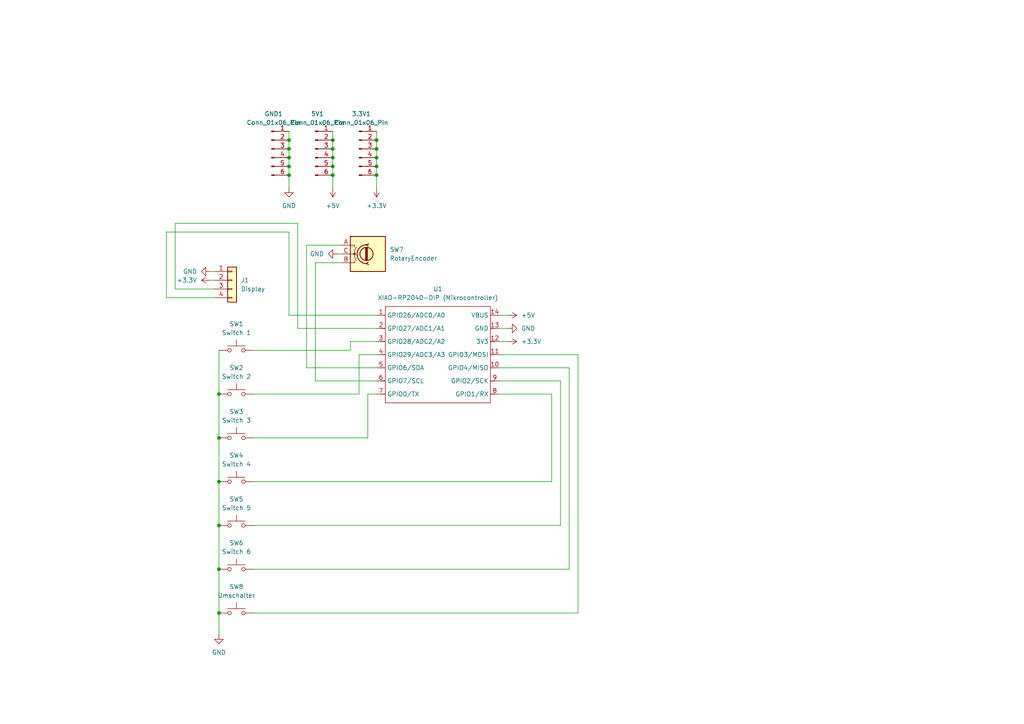
<source format=kicad_sch>
(kicad_sch
	(version 20250114)
	(generator "eeschema")
	(generator_version "9.0")
	(uuid "0c82ce62-1cf6-48b0-aae9-7b697070e9cb")
	(paper "A4")
	(lib_symbols
		(symbol "Connector:Conn_01x06_Pin"
			(pin_names
				(offset 1.016)
				(hide yes)
			)
			(exclude_from_sim no)
			(in_bom yes)
			(on_board yes)
			(property "Reference" "J"
				(at 0 7.62 0)
				(effects
					(font
						(size 1.27 1.27)
					)
				)
			)
			(property "Value" "Conn_01x06_Pin"
				(at 0 -10.16 0)
				(effects
					(font
						(size 1.27 1.27)
					)
				)
			)
			(property "Footprint" ""
				(at 0 0 0)
				(effects
					(font
						(size 1.27 1.27)
					)
					(hide yes)
				)
			)
			(property "Datasheet" "~"
				(at 0 0 0)
				(effects
					(font
						(size 1.27 1.27)
					)
					(hide yes)
				)
			)
			(property "Description" "Generic connector, single row, 01x06, script generated"
				(at 0 0 0)
				(effects
					(font
						(size 1.27 1.27)
					)
					(hide yes)
				)
			)
			(property "ki_locked" ""
				(at 0 0 0)
				(effects
					(font
						(size 1.27 1.27)
					)
				)
			)
			(property "ki_keywords" "connector"
				(at 0 0 0)
				(effects
					(font
						(size 1.27 1.27)
					)
					(hide yes)
				)
			)
			(property "ki_fp_filters" "Connector*:*_1x??_*"
				(at 0 0 0)
				(effects
					(font
						(size 1.27 1.27)
					)
					(hide yes)
				)
			)
			(symbol "Conn_01x06_Pin_1_1"
				(rectangle
					(start 0.8636 5.207)
					(end 0 4.953)
					(stroke
						(width 0.1524)
						(type default)
					)
					(fill
						(type outline)
					)
				)
				(rectangle
					(start 0.8636 2.667)
					(end 0 2.413)
					(stroke
						(width 0.1524)
						(type default)
					)
					(fill
						(type outline)
					)
				)
				(rectangle
					(start 0.8636 0.127)
					(end 0 -0.127)
					(stroke
						(width 0.1524)
						(type default)
					)
					(fill
						(type outline)
					)
				)
				(rectangle
					(start 0.8636 -2.413)
					(end 0 -2.667)
					(stroke
						(width 0.1524)
						(type default)
					)
					(fill
						(type outline)
					)
				)
				(rectangle
					(start 0.8636 -4.953)
					(end 0 -5.207)
					(stroke
						(width 0.1524)
						(type default)
					)
					(fill
						(type outline)
					)
				)
				(rectangle
					(start 0.8636 -7.493)
					(end 0 -7.747)
					(stroke
						(width 0.1524)
						(type default)
					)
					(fill
						(type outline)
					)
				)
				(polyline
					(pts
						(xy 1.27 5.08) (xy 0.8636 5.08)
					)
					(stroke
						(width 0.1524)
						(type default)
					)
					(fill
						(type none)
					)
				)
				(polyline
					(pts
						(xy 1.27 2.54) (xy 0.8636 2.54)
					)
					(stroke
						(width 0.1524)
						(type default)
					)
					(fill
						(type none)
					)
				)
				(polyline
					(pts
						(xy 1.27 0) (xy 0.8636 0)
					)
					(stroke
						(width 0.1524)
						(type default)
					)
					(fill
						(type none)
					)
				)
				(polyline
					(pts
						(xy 1.27 -2.54) (xy 0.8636 -2.54)
					)
					(stroke
						(width 0.1524)
						(type default)
					)
					(fill
						(type none)
					)
				)
				(polyline
					(pts
						(xy 1.27 -5.08) (xy 0.8636 -5.08)
					)
					(stroke
						(width 0.1524)
						(type default)
					)
					(fill
						(type none)
					)
				)
				(polyline
					(pts
						(xy 1.27 -7.62) (xy 0.8636 -7.62)
					)
					(stroke
						(width 0.1524)
						(type default)
					)
					(fill
						(type none)
					)
				)
				(pin passive line
					(at 5.08 5.08 180)
					(length 3.81)
					(name "Pin_1"
						(effects
							(font
								(size 1.27 1.27)
							)
						)
					)
					(number "1"
						(effects
							(font
								(size 1.27 1.27)
							)
						)
					)
				)
				(pin passive line
					(at 5.08 2.54 180)
					(length 3.81)
					(name "Pin_2"
						(effects
							(font
								(size 1.27 1.27)
							)
						)
					)
					(number "2"
						(effects
							(font
								(size 1.27 1.27)
							)
						)
					)
				)
				(pin passive line
					(at 5.08 0 180)
					(length 3.81)
					(name "Pin_3"
						(effects
							(font
								(size 1.27 1.27)
							)
						)
					)
					(number "3"
						(effects
							(font
								(size 1.27 1.27)
							)
						)
					)
				)
				(pin passive line
					(at 5.08 -2.54 180)
					(length 3.81)
					(name "Pin_4"
						(effects
							(font
								(size 1.27 1.27)
							)
						)
					)
					(number "4"
						(effects
							(font
								(size 1.27 1.27)
							)
						)
					)
				)
				(pin passive line
					(at 5.08 -5.08 180)
					(length 3.81)
					(name "Pin_5"
						(effects
							(font
								(size 1.27 1.27)
							)
						)
					)
					(number "5"
						(effects
							(font
								(size 1.27 1.27)
							)
						)
					)
				)
				(pin passive line
					(at 5.08 -7.62 180)
					(length 3.81)
					(name "Pin_6"
						(effects
							(font
								(size 1.27 1.27)
							)
						)
					)
					(number "6"
						(effects
							(font
								(size 1.27 1.27)
							)
						)
					)
				)
			)
			(embedded_fonts no)
		)
		(symbol "Connector_Generic:Conn_01x04"
			(pin_names
				(offset 1.016)
				(hide yes)
			)
			(exclude_from_sim no)
			(in_bom yes)
			(on_board yes)
			(property "Reference" "J"
				(at 0 5.08 0)
				(effects
					(font
						(size 1.27 1.27)
					)
				)
			)
			(property "Value" "Conn_01x04"
				(at 0 -7.62 0)
				(effects
					(font
						(size 1.27 1.27)
					)
				)
			)
			(property "Footprint" ""
				(at 0 0 0)
				(effects
					(font
						(size 1.27 1.27)
					)
					(hide yes)
				)
			)
			(property "Datasheet" "~"
				(at 0 0 0)
				(effects
					(font
						(size 1.27 1.27)
					)
					(hide yes)
				)
			)
			(property "Description" "Generic connector, single row, 01x04, script generated (kicad-library-utils/schlib/autogen/connector/)"
				(at 0 0 0)
				(effects
					(font
						(size 1.27 1.27)
					)
					(hide yes)
				)
			)
			(property "ki_keywords" "connector"
				(at 0 0 0)
				(effects
					(font
						(size 1.27 1.27)
					)
					(hide yes)
				)
			)
			(property "ki_fp_filters" "Connector*:*_1x??_*"
				(at 0 0 0)
				(effects
					(font
						(size 1.27 1.27)
					)
					(hide yes)
				)
			)
			(symbol "Conn_01x04_1_1"
				(rectangle
					(start -1.27 3.81)
					(end 1.27 -6.35)
					(stroke
						(width 0.254)
						(type default)
					)
					(fill
						(type background)
					)
				)
				(rectangle
					(start -1.27 2.667)
					(end 0 2.413)
					(stroke
						(width 0.1524)
						(type default)
					)
					(fill
						(type none)
					)
				)
				(rectangle
					(start -1.27 0.127)
					(end 0 -0.127)
					(stroke
						(width 0.1524)
						(type default)
					)
					(fill
						(type none)
					)
				)
				(rectangle
					(start -1.27 -2.413)
					(end 0 -2.667)
					(stroke
						(width 0.1524)
						(type default)
					)
					(fill
						(type none)
					)
				)
				(rectangle
					(start -1.27 -4.953)
					(end 0 -5.207)
					(stroke
						(width 0.1524)
						(type default)
					)
					(fill
						(type none)
					)
				)
				(pin passive line
					(at -5.08 2.54 0)
					(length 3.81)
					(name "Pin_1"
						(effects
							(font
								(size 1.27 1.27)
							)
						)
					)
					(number "1"
						(effects
							(font
								(size 1.27 1.27)
							)
						)
					)
				)
				(pin passive line
					(at -5.08 0 0)
					(length 3.81)
					(name "Pin_2"
						(effects
							(font
								(size 1.27 1.27)
							)
						)
					)
					(number "2"
						(effects
							(font
								(size 1.27 1.27)
							)
						)
					)
				)
				(pin passive line
					(at -5.08 -2.54 0)
					(length 3.81)
					(name "Pin_3"
						(effects
							(font
								(size 1.27 1.27)
							)
						)
					)
					(number "3"
						(effects
							(font
								(size 1.27 1.27)
							)
						)
					)
				)
				(pin passive line
					(at -5.08 -5.08 0)
					(length 3.81)
					(name "Pin_4"
						(effects
							(font
								(size 1.27 1.27)
							)
						)
					)
					(number "4"
						(effects
							(font
								(size 1.27 1.27)
							)
						)
					)
				)
			)
			(embedded_fonts no)
		)
		(symbol "Device:RotaryEncoder"
			(pin_names
				(offset 0.254)
				(hide yes)
			)
			(exclude_from_sim no)
			(in_bom yes)
			(on_board yes)
			(property "Reference" "SW"
				(at 0 6.604 0)
				(effects
					(font
						(size 1.27 1.27)
					)
				)
			)
			(property "Value" "RotaryEncoder"
				(at 0 -6.604 0)
				(effects
					(font
						(size 1.27 1.27)
					)
				)
			)
			(property "Footprint" ""
				(at -3.81 4.064 0)
				(effects
					(font
						(size 1.27 1.27)
					)
					(hide yes)
				)
			)
			(property "Datasheet" "~"
				(at 0 6.604 0)
				(effects
					(font
						(size 1.27 1.27)
					)
					(hide yes)
				)
			)
			(property "Description" "Rotary encoder, dual channel, incremental quadrate outputs"
				(at 0 0 0)
				(effects
					(font
						(size 1.27 1.27)
					)
					(hide yes)
				)
			)
			(property "ki_keywords" "rotary switch encoder"
				(at 0 0 0)
				(effects
					(font
						(size 1.27 1.27)
					)
					(hide yes)
				)
			)
			(property "ki_fp_filters" "RotaryEncoder*"
				(at 0 0 0)
				(effects
					(font
						(size 1.27 1.27)
					)
					(hide yes)
				)
			)
			(symbol "RotaryEncoder_0_1"
				(rectangle
					(start -5.08 5.08)
					(end 5.08 -5.08)
					(stroke
						(width 0.254)
						(type default)
					)
					(fill
						(type background)
					)
				)
				(polyline
					(pts
						(xy -5.08 2.54) (xy -3.81 2.54) (xy -3.81 2.032)
					)
					(stroke
						(width 0)
						(type default)
					)
					(fill
						(type none)
					)
				)
				(polyline
					(pts
						(xy -5.08 0) (xy -3.81 0) (xy -3.81 -1.016) (xy -3.302 -2.032)
					)
					(stroke
						(width 0)
						(type default)
					)
					(fill
						(type none)
					)
				)
				(polyline
					(pts
						(xy -5.08 -2.54) (xy -3.81 -2.54) (xy -3.81 -2.032)
					)
					(stroke
						(width 0)
						(type default)
					)
					(fill
						(type none)
					)
				)
				(polyline
					(pts
						(xy -4.318 0) (xy -3.81 0) (xy -3.81 1.016) (xy -3.302 2.032)
					)
					(stroke
						(width 0)
						(type default)
					)
					(fill
						(type none)
					)
				)
				(circle
					(center -3.81 0)
					(radius 0.254)
					(stroke
						(width 0)
						(type default)
					)
					(fill
						(type outline)
					)
				)
				(polyline
					(pts
						(xy -0.635 -1.778) (xy -0.635 1.778)
					)
					(stroke
						(width 0.254)
						(type default)
					)
					(fill
						(type none)
					)
				)
				(circle
					(center -0.381 0)
					(radius 1.905)
					(stroke
						(width 0.254)
						(type default)
					)
					(fill
						(type none)
					)
				)
				(polyline
					(pts
						(xy -0.381 -1.778) (xy -0.381 1.778)
					)
					(stroke
						(width 0.254)
						(type default)
					)
					(fill
						(type none)
					)
				)
				(arc
					(start -0.381 -2.794)
					(mid -3.0988 -0.0635)
					(end -0.381 2.667)
					(stroke
						(width 0.254)
						(type default)
					)
					(fill
						(type none)
					)
				)
				(polyline
					(pts
						(xy -0.127 1.778) (xy -0.127 -1.778)
					)
					(stroke
						(width 0.254)
						(type default)
					)
					(fill
						(type none)
					)
				)
				(polyline
					(pts
						(xy 0.254 2.921) (xy -0.508 2.667) (xy 0.127 2.286)
					)
					(stroke
						(width 0.254)
						(type default)
					)
					(fill
						(type none)
					)
				)
				(polyline
					(pts
						(xy 0.254 -3.048) (xy -0.508 -2.794) (xy 0.127 -2.413)
					)
					(stroke
						(width 0.254)
						(type default)
					)
					(fill
						(type none)
					)
				)
			)
			(symbol "RotaryEncoder_1_1"
				(pin passive line
					(at -7.62 2.54 0)
					(length 2.54)
					(name "A"
						(effects
							(font
								(size 1.27 1.27)
							)
						)
					)
					(number "A"
						(effects
							(font
								(size 1.27 1.27)
							)
						)
					)
				)
				(pin passive line
					(at -7.62 0 0)
					(length 2.54)
					(name "C"
						(effects
							(font
								(size 1.27 1.27)
							)
						)
					)
					(number "C"
						(effects
							(font
								(size 1.27 1.27)
							)
						)
					)
				)
				(pin passive line
					(at -7.62 -2.54 0)
					(length 2.54)
					(name "B"
						(effects
							(font
								(size 1.27 1.27)
							)
						)
					)
					(number "B"
						(effects
							(font
								(size 1.27 1.27)
							)
						)
					)
				)
			)
			(embedded_fonts no)
		)
		(symbol "Seeed_Studio_XIAO_Series:XIAO-RP2040-DIP"
			(exclude_from_sim no)
			(in_bom yes)
			(on_board yes)
			(property "Reference" "U"
				(at 0 0 0)
				(effects
					(font
						(size 1.27 1.27)
					)
				)
			)
			(property "Value" "XIAO-RP2040-DIP"
				(at 5.334 -1.778 0)
				(effects
					(font
						(size 1.27 1.27)
					)
				)
			)
			(property "Footprint" "Module:MOUDLE14P-XIAO-DIP-SMD"
				(at 14.478 -32.258 0)
				(effects
					(font
						(size 1.27 1.27)
					)
					(hide yes)
				)
			)
			(property "Datasheet" ""
				(at 0 0 0)
				(effects
					(font
						(size 1.27 1.27)
					)
					(hide yes)
				)
			)
			(property "Description" ""
				(at 0 0 0)
				(effects
					(font
						(size 1.27 1.27)
					)
					(hide yes)
				)
			)
			(symbol "XIAO-RP2040-DIP_1_0"
				(polyline
					(pts
						(xy -1.27 -2.54) (xy 29.21 -2.54)
					)
					(stroke
						(width 0.1524)
						(type solid)
					)
					(fill
						(type none)
					)
				)
				(polyline
					(pts
						(xy -1.27 -5.08) (xy -2.54 -5.08)
					)
					(stroke
						(width 0.1524)
						(type solid)
					)
					(fill
						(type none)
					)
				)
				(polyline
					(pts
						(xy -1.27 -5.08) (xy -1.27 -2.54)
					)
					(stroke
						(width 0.1524)
						(type solid)
					)
					(fill
						(type none)
					)
				)
				(polyline
					(pts
						(xy -1.27 -8.89) (xy -2.54 -8.89)
					)
					(stroke
						(width 0.1524)
						(type solid)
					)
					(fill
						(type none)
					)
				)
				(polyline
					(pts
						(xy -1.27 -8.89) (xy -1.27 -5.08)
					)
					(stroke
						(width 0.1524)
						(type solid)
					)
					(fill
						(type none)
					)
				)
				(polyline
					(pts
						(xy -1.27 -12.7) (xy -2.54 -12.7)
					)
					(stroke
						(width 0.1524)
						(type solid)
					)
					(fill
						(type none)
					)
				)
				(polyline
					(pts
						(xy -1.27 -12.7) (xy -1.27 -8.89)
					)
					(stroke
						(width 0.1524)
						(type solid)
					)
					(fill
						(type none)
					)
				)
				(polyline
					(pts
						(xy -1.27 -16.51) (xy -2.54 -16.51)
					)
					(stroke
						(width 0.1524)
						(type solid)
					)
					(fill
						(type none)
					)
				)
				(polyline
					(pts
						(xy -1.27 -16.51) (xy -1.27 -12.7)
					)
					(stroke
						(width 0.1524)
						(type solid)
					)
					(fill
						(type none)
					)
				)
				(polyline
					(pts
						(xy -1.27 -20.32) (xy -2.54 -20.32)
					)
					(stroke
						(width 0.1524)
						(type solid)
					)
					(fill
						(type none)
					)
				)
				(polyline
					(pts
						(xy -1.27 -24.13) (xy -2.54 -24.13)
					)
					(stroke
						(width 0.1524)
						(type solid)
					)
					(fill
						(type none)
					)
				)
				(polyline
					(pts
						(xy -1.27 -27.94) (xy -2.54 -27.94)
					)
					(stroke
						(width 0.1524)
						(type solid)
					)
					(fill
						(type none)
					)
				)
				(polyline
					(pts
						(xy -1.27 -30.48) (xy -1.27 -16.51)
					)
					(stroke
						(width 0.1524)
						(type solid)
					)
					(fill
						(type none)
					)
				)
				(polyline
					(pts
						(xy 29.21 -2.54) (xy 29.21 -5.08)
					)
					(stroke
						(width 0.1524)
						(type solid)
					)
					(fill
						(type none)
					)
				)
				(polyline
					(pts
						(xy 29.21 -5.08) (xy 29.21 -8.89)
					)
					(stroke
						(width 0.1524)
						(type solid)
					)
					(fill
						(type none)
					)
				)
				(polyline
					(pts
						(xy 29.21 -8.89) (xy 29.21 -12.7)
					)
					(stroke
						(width 0.1524)
						(type solid)
					)
					(fill
						(type none)
					)
				)
				(polyline
					(pts
						(xy 29.21 -12.7) (xy 29.21 -30.48)
					)
					(stroke
						(width 0.1524)
						(type solid)
					)
					(fill
						(type none)
					)
				)
				(polyline
					(pts
						(xy 29.21 -30.48) (xy -1.27 -30.48)
					)
					(stroke
						(width 0.1524)
						(type solid)
					)
					(fill
						(type none)
					)
				)
				(polyline
					(pts
						(xy 30.48 -5.08) (xy 29.21 -5.08)
					)
					(stroke
						(width 0.1524)
						(type solid)
					)
					(fill
						(type none)
					)
				)
				(polyline
					(pts
						(xy 30.48 -8.89) (xy 29.21 -8.89)
					)
					(stroke
						(width 0.1524)
						(type solid)
					)
					(fill
						(type none)
					)
				)
				(polyline
					(pts
						(xy 30.48 -12.7) (xy 29.21 -12.7)
					)
					(stroke
						(width 0.1524)
						(type solid)
					)
					(fill
						(type none)
					)
				)
				(polyline
					(pts
						(xy 30.48 -16.51) (xy 29.21 -16.51)
					)
					(stroke
						(width 0.1524)
						(type solid)
					)
					(fill
						(type none)
					)
				)
				(polyline
					(pts
						(xy 30.48 -20.32) (xy 29.21 -20.32)
					)
					(stroke
						(width 0.1524)
						(type solid)
					)
					(fill
						(type none)
					)
				)
				(polyline
					(pts
						(xy 30.48 -24.13) (xy 29.21 -24.13)
					)
					(stroke
						(width 0.1524)
						(type solid)
					)
					(fill
						(type none)
					)
				)
				(polyline
					(pts
						(xy 30.48 -27.94) (xy 29.21 -27.94)
					)
					(stroke
						(width 0.1524)
						(type solid)
					)
					(fill
						(type none)
					)
				)
				(pin passive line
					(at -3.81 -5.08 0)
					(length 2.54)
					(name "GPIO26/ADC0/A0"
						(effects
							(font
								(size 1.27 1.27)
							)
						)
					)
					(number "1"
						(effects
							(font
								(size 1.27 1.27)
							)
						)
					)
				)
				(pin passive line
					(at -3.81 -8.89 0)
					(length 2.54)
					(name "GPIO27/ADC1/A1"
						(effects
							(font
								(size 1.27 1.27)
							)
						)
					)
					(number "2"
						(effects
							(font
								(size 1.27 1.27)
							)
						)
					)
				)
				(pin passive line
					(at -3.81 -12.7 0)
					(length 2.54)
					(name "GPIO28/ADC2/A2"
						(effects
							(font
								(size 1.27 1.27)
							)
						)
					)
					(number "3"
						(effects
							(font
								(size 1.27 1.27)
							)
						)
					)
				)
				(pin passive line
					(at -3.81 -16.51 0)
					(length 2.54)
					(name "GPIO29/ADC3/A3"
						(effects
							(font
								(size 1.27 1.27)
							)
						)
					)
					(number "4"
						(effects
							(font
								(size 1.27 1.27)
							)
						)
					)
				)
				(pin passive line
					(at -3.81 -20.32 0)
					(length 2.54)
					(name "GPIO6/SDA"
						(effects
							(font
								(size 1.27 1.27)
							)
						)
					)
					(number "5"
						(effects
							(font
								(size 1.27 1.27)
							)
						)
					)
				)
				(pin passive line
					(at -3.81 -24.13 0)
					(length 2.54)
					(name "GPIO7/SCL"
						(effects
							(font
								(size 1.27 1.27)
							)
						)
					)
					(number "6"
						(effects
							(font
								(size 1.27 1.27)
							)
						)
					)
				)
				(pin passive line
					(at -3.81 -27.94 0)
					(length 2.54)
					(name "GPIO0/TX"
						(effects
							(font
								(size 1.27 1.27)
							)
						)
					)
					(number "7"
						(effects
							(font
								(size 1.27 1.27)
							)
						)
					)
				)
				(pin passive line
					(at 31.75 -5.08 180)
					(length 2.54)
					(name "VBUS"
						(effects
							(font
								(size 1.27 1.27)
							)
						)
					)
					(number "14"
						(effects
							(font
								(size 1.27 1.27)
							)
						)
					)
				)
				(pin passive line
					(at 31.75 -8.89 180)
					(length 2.54)
					(name "GND"
						(effects
							(font
								(size 1.27 1.27)
							)
						)
					)
					(number "13"
						(effects
							(font
								(size 1.27 1.27)
							)
						)
					)
				)
				(pin passive line
					(at 31.75 -12.7 180)
					(length 2.54)
					(name "3V3"
						(effects
							(font
								(size 1.27 1.27)
							)
						)
					)
					(number "12"
						(effects
							(font
								(size 1.27 1.27)
							)
						)
					)
				)
				(pin passive line
					(at 31.75 -16.51 180)
					(length 2.54)
					(name "GPIO3/MOSI"
						(effects
							(font
								(size 1.27 1.27)
							)
						)
					)
					(number "11"
						(effects
							(font
								(size 1.27 1.27)
							)
						)
					)
				)
				(pin passive line
					(at 31.75 -20.32 180)
					(length 2.54)
					(name "GPIO4/MISO"
						(effects
							(font
								(size 1.27 1.27)
							)
						)
					)
					(number "10"
						(effects
							(font
								(size 1.27 1.27)
							)
						)
					)
				)
				(pin passive line
					(at 31.75 -24.13 180)
					(length 2.54)
					(name "GPIO2/SCK"
						(effects
							(font
								(size 1.27 1.27)
							)
						)
					)
					(number "9"
						(effects
							(font
								(size 1.27 1.27)
							)
						)
					)
				)
				(pin passive line
					(at 31.75 -27.94 180)
					(length 2.54)
					(name "GPIO1/RX"
						(effects
							(font
								(size 1.27 1.27)
							)
						)
					)
					(number "8"
						(effects
							(font
								(size 1.27 1.27)
							)
						)
					)
				)
			)
			(embedded_fonts no)
		)
		(symbol "Switch:SW_Push"
			(pin_numbers
				(hide yes)
			)
			(pin_names
				(offset 1.016)
				(hide yes)
			)
			(exclude_from_sim no)
			(in_bom yes)
			(on_board yes)
			(property "Reference" "SW"
				(at 1.27 2.54 0)
				(effects
					(font
						(size 1.27 1.27)
					)
					(justify left)
				)
			)
			(property "Value" "SW_Push"
				(at 0 -1.524 0)
				(effects
					(font
						(size 1.27 1.27)
					)
				)
			)
			(property "Footprint" ""
				(at 0 5.08 0)
				(effects
					(font
						(size 1.27 1.27)
					)
					(hide yes)
				)
			)
			(property "Datasheet" "~"
				(at 0 5.08 0)
				(effects
					(font
						(size 1.27 1.27)
					)
					(hide yes)
				)
			)
			(property "Description" "Push button switch, generic, two pins"
				(at 0 0 0)
				(effects
					(font
						(size 1.27 1.27)
					)
					(hide yes)
				)
			)
			(property "ki_keywords" "switch normally-open pushbutton push-button"
				(at 0 0 0)
				(effects
					(font
						(size 1.27 1.27)
					)
					(hide yes)
				)
			)
			(symbol "SW_Push_0_1"
				(circle
					(center -2.032 0)
					(radius 0.508)
					(stroke
						(width 0)
						(type default)
					)
					(fill
						(type none)
					)
				)
				(polyline
					(pts
						(xy 0 1.27) (xy 0 3.048)
					)
					(stroke
						(width 0)
						(type default)
					)
					(fill
						(type none)
					)
				)
				(circle
					(center 2.032 0)
					(radius 0.508)
					(stroke
						(width 0)
						(type default)
					)
					(fill
						(type none)
					)
				)
				(polyline
					(pts
						(xy 2.54 1.27) (xy -2.54 1.27)
					)
					(stroke
						(width 0)
						(type default)
					)
					(fill
						(type none)
					)
				)
				(pin passive line
					(at -5.08 0 0)
					(length 2.54)
					(name "1"
						(effects
							(font
								(size 1.27 1.27)
							)
						)
					)
					(number "1"
						(effects
							(font
								(size 1.27 1.27)
							)
						)
					)
				)
				(pin passive line
					(at 5.08 0 180)
					(length 2.54)
					(name "2"
						(effects
							(font
								(size 1.27 1.27)
							)
						)
					)
					(number "2"
						(effects
							(font
								(size 1.27 1.27)
							)
						)
					)
				)
			)
			(embedded_fonts no)
		)
		(symbol "power:+3.3V"
			(power)
			(pin_numbers
				(hide yes)
			)
			(pin_names
				(offset 0)
				(hide yes)
			)
			(exclude_from_sim no)
			(in_bom yes)
			(on_board yes)
			(property "Reference" "#PWR"
				(at 0 -3.81 0)
				(effects
					(font
						(size 1.27 1.27)
					)
					(hide yes)
				)
			)
			(property "Value" "+3.3V"
				(at 0 3.556 0)
				(effects
					(font
						(size 1.27 1.27)
					)
				)
			)
			(property "Footprint" ""
				(at 0 0 0)
				(effects
					(font
						(size 1.27 1.27)
					)
					(hide yes)
				)
			)
			(property "Datasheet" ""
				(at 0 0 0)
				(effects
					(font
						(size 1.27 1.27)
					)
					(hide yes)
				)
			)
			(property "Description" "Power symbol creates a global label with name \"+3.3V\""
				(at 0 0 0)
				(effects
					(font
						(size 1.27 1.27)
					)
					(hide yes)
				)
			)
			(property "ki_keywords" "global power"
				(at 0 0 0)
				(effects
					(font
						(size 1.27 1.27)
					)
					(hide yes)
				)
			)
			(symbol "+3.3V_0_1"
				(polyline
					(pts
						(xy -0.762 1.27) (xy 0 2.54)
					)
					(stroke
						(width 0)
						(type default)
					)
					(fill
						(type none)
					)
				)
				(polyline
					(pts
						(xy 0 2.54) (xy 0.762 1.27)
					)
					(stroke
						(width 0)
						(type default)
					)
					(fill
						(type none)
					)
				)
				(polyline
					(pts
						(xy 0 0) (xy 0 2.54)
					)
					(stroke
						(width 0)
						(type default)
					)
					(fill
						(type none)
					)
				)
			)
			(symbol "+3.3V_1_1"
				(pin power_in line
					(at 0 0 90)
					(length 0)
					(name "~"
						(effects
							(font
								(size 1.27 1.27)
							)
						)
					)
					(number "1"
						(effects
							(font
								(size 1.27 1.27)
							)
						)
					)
				)
			)
			(embedded_fonts no)
		)
		(symbol "power:+5V"
			(power)
			(pin_numbers
				(hide yes)
			)
			(pin_names
				(offset 0)
				(hide yes)
			)
			(exclude_from_sim no)
			(in_bom yes)
			(on_board yes)
			(property "Reference" "#PWR"
				(at 0 -3.81 0)
				(effects
					(font
						(size 1.27 1.27)
					)
					(hide yes)
				)
			)
			(property "Value" "+5V"
				(at 0 3.556 0)
				(effects
					(font
						(size 1.27 1.27)
					)
				)
			)
			(property "Footprint" ""
				(at 0 0 0)
				(effects
					(font
						(size 1.27 1.27)
					)
					(hide yes)
				)
			)
			(property "Datasheet" ""
				(at 0 0 0)
				(effects
					(font
						(size 1.27 1.27)
					)
					(hide yes)
				)
			)
			(property "Description" "Power symbol creates a global label with name \"+5V\""
				(at 0 0 0)
				(effects
					(font
						(size 1.27 1.27)
					)
					(hide yes)
				)
			)
			(property "ki_keywords" "global power"
				(at 0 0 0)
				(effects
					(font
						(size 1.27 1.27)
					)
					(hide yes)
				)
			)
			(symbol "+5V_0_1"
				(polyline
					(pts
						(xy -0.762 1.27) (xy 0 2.54)
					)
					(stroke
						(width 0)
						(type default)
					)
					(fill
						(type none)
					)
				)
				(polyline
					(pts
						(xy 0 2.54) (xy 0.762 1.27)
					)
					(stroke
						(width 0)
						(type default)
					)
					(fill
						(type none)
					)
				)
				(polyline
					(pts
						(xy 0 0) (xy 0 2.54)
					)
					(stroke
						(width 0)
						(type default)
					)
					(fill
						(type none)
					)
				)
			)
			(symbol "+5V_1_1"
				(pin power_in line
					(at 0 0 90)
					(length 0)
					(name "~"
						(effects
							(font
								(size 1.27 1.27)
							)
						)
					)
					(number "1"
						(effects
							(font
								(size 1.27 1.27)
							)
						)
					)
				)
			)
			(embedded_fonts no)
		)
		(symbol "power:GND"
			(power)
			(pin_numbers
				(hide yes)
			)
			(pin_names
				(offset 0)
				(hide yes)
			)
			(exclude_from_sim no)
			(in_bom yes)
			(on_board yes)
			(property "Reference" "#PWR"
				(at 0 -6.35 0)
				(effects
					(font
						(size 1.27 1.27)
					)
					(hide yes)
				)
			)
			(property "Value" "GND"
				(at 0 -3.81 0)
				(effects
					(font
						(size 1.27 1.27)
					)
				)
			)
			(property "Footprint" ""
				(at 0 0 0)
				(effects
					(font
						(size 1.27 1.27)
					)
					(hide yes)
				)
			)
			(property "Datasheet" ""
				(at 0 0 0)
				(effects
					(font
						(size 1.27 1.27)
					)
					(hide yes)
				)
			)
			(property "Description" "Power symbol creates a global label with name \"GND\" , ground"
				(at 0 0 0)
				(effects
					(font
						(size 1.27 1.27)
					)
					(hide yes)
				)
			)
			(property "ki_keywords" "global power"
				(at 0 0 0)
				(effects
					(font
						(size 1.27 1.27)
					)
					(hide yes)
				)
			)
			(symbol "GND_0_1"
				(polyline
					(pts
						(xy 0 0) (xy 0 -1.27) (xy 1.27 -1.27) (xy 0 -2.54) (xy -1.27 -1.27) (xy 0 -1.27)
					)
					(stroke
						(width 0)
						(type default)
					)
					(fill
						(type none)
					)
				)
			)
			(symbol "GND_1_1"
				(pin power_in line
					(at 0 0 270)
					(length 0)
					(name "~"
						(effects
							(font
								(size 1.27 1.27)
							)
						)
					)
					(number "1"
						(effects
							(font
								(size 1.27 1.27)
							)
						)
					)
				)
			)
			(embedded_fonts no)
		)
	)
	(junction
		(at 63.5 177.8)
		(diameter 0)
		(color 0 0 0 0)
		(uuid "05606c81-2179-49f9-8ac5-f4f682401492")
	)
	(junction
		(at 109.22 43.18)
		(diameter 0)
		(color 0 0 0 0)
		(uuid "0a217921-df46-4490-87eb-e9006775273d")
	)
	(junction
		(at 63.5 165.1)
		(diameter 0)
		(color 0 0 0 0)
		(uuid "0c843379-1c4c-47be-a24e-c796f66473df")
	)
	(junction
		(at 109.22 45.72)
		(diameter 0)
		(color 0 0 0 0)
		(uuid "16a8d919-b82b-444c-89a2-3a7f4cef0e4b")
	)
	(junction
		(at 83.82 43.18)
		(diameter 0)
		(color 0 0 0 0)
		(uuid "1b0d2feb-2fbc-486b-b0b6-02f2f2a2ff28")
	)
	(junction
		(at 83.82 40.64)
		(diameter 0)
		(color 0 0 0 0)
		(uuid "2f766301-5758-4e04-9383-5c9e76c20d1a")
	)
	(junction
		(at 109.22 48.26)
		(diameter 0)
		(color 0 0 0 0)
		(uuid "4f4d0983-1d84-4d5b-858b-9d9d15b5f157")
	)
	(junction
		(at 96.52 50.8)
		(diameter 0)
		(color 0 0 0 0)
		(uuid "532d10ed-b3c5-4376-a44d-ae8e5950dc6e")
	)
	(junction
		(at 63.5 114.3)
		(diameter 0)
		(color 0 0 0 0)
		(uuid "725ea209-81d2-4628-9a66-eebeaafffcbe")
	)
	(junction
		(at 96.52 48.26)
		(diameter 0)
		(color 0 0 0 0)
		(uuid "8acc5c71-c396-4733-9372-a387a60c6fc7")
	)
	(junction
		(at 63.5 152.4)
		(diameter 0)
		(color 0 0 0 0)
		(uuid "a6d5c69d-7b17-43d6-8cb4-6c61e9fcbe32")
	)
	(junction
		(at 83.82 45.72)
		(diameter 0)
		(color 0 0 0 0)
		(uuid "bcda5f88-7f4a-4e76-935f-9e6559cdff86")
	)
	(junction
		(at 63.5 127)
		(diameter 0)
		(color 0 0 0 0)
		(uuid "bd530f66-cee3-479d-a70e-c523cd89967e")
	)
	(junction
		(at 83.82 50.8)
		(diameter 0)
		(color 0 0 0 0)
		(uuid "c9ec00bc-f16d-4e2f-baf3-13327c512715")
	)
	(junction
		(at 96.52 43.18)
		(diameter 0)
		(color 0 0 0 0)
		(uuid "cae2aeb9-ea0c-4110-acf4-9863cfc958ce")
	)
	(junction
		(at 83.82 48.26)
		(diameter 0)
		(color 0 0 0 0)
		(uuid "e0ea76db-bd16-4c5a-a8bf-5f81cd6263b0")
	)
	(junction
		(at 109.22 50.8)
		(diameter 0)
		(color 0 0 0 0)
		(uuid "e2e4adc7-68ee-422a-8725-0f87094887d3")
	)
	(junction
		(at 63.5 139.7)
		(diameter 0)
		(color 0 0 0 0)
		(uuid "e7fb3984-367c-49bf-8591-220b33a61bb7")
	)
	(junction
		(at 109.22 40.64)
		(diameter 0)
		(color 0 0 0 0)
		(uuid "eb2fd6db-8aa8-4401-a8ea-8ea7d5dcf042")
	)
	(junction
		(at 96.52 40.64)
		(diameter 0)
		(color 0 0 0 0)
		(uuid "f8d718ba-cdcd-4c64-98b7-bdc819edd64e")
	)
	(junction
		(at 96.52 45.72)
		(diameter 0)
		(color 0 0 0 0)
		(uuid "fba709a4-6bf8-42d3-b528-04d02abb832b")
	)
	(wire
		(pts
			(xy 96.52 40.64) (xy 96.52 43.18)
		)
		(stroke
			(width 0)
			(type default)
		)
		(uuid "0ec2dd20-1b92-442b-b74f-e86a935f53a1")
	)
	(wire
		(pts
			(xy 63.5 139.7) (xy 63.5 152.4)
		)
		(stroke
			(width 0)
			(type default)
		)
		(uuid "1594294c-6564-4baa-bb9d-3942c8728744")
	)
	(wire
		(pts
			(xy 83.82 91.44) (xy 109.22 91.44)
		)
		(stroke
			(width 0)
			(type default)
		)
		(uuid "19d496c1-e7bd-494f-a225-392ab9057406")
	)
	(wire
		(pts
			(xy 162.56 110.49) (xy 144.78 110.49)
		)
		(stroke
			(width 0)
			(type default)
		)
		(uuid "1a1f0d3b-0b7e-4727-a084-7122521ed2bc")
	)
	(wire
		(pts
			(xy 63.5 114.3) (xy 63.5 127)
		)
		(stroke
			(width 0)
			(type default)
		)
		(uuid "2314bff6-0fb7-461e-ab75-6e489ad0663e")
	)
	(wire
		(pts
			(xy 83.82 43.18) (xy 83.82 45.72)
		)
		(stroke
			(width 0)
			(type default)
		)
		(uuid "2318698d-5901-4dbf-9599-d46a94a18de5")
	)
	(wire
		(pts
			(xy 104.14 114.3) (xy 104.14 102.87)
		)
		(stroke
			(width 0)
			(type default)
		)
		(uuid "334a5f40-250b-4777-9739-7bfe18694a8c")
	)
	(wire
		(pts
			(xy 96.52 45.72) (xy 96.52 48.26)
		)
		(stroke
			(width 0)
			(type default)
		)
		(uuid "34c6e68a-f8bb-4ef6-a1ce-1ce070f39ea5")
	)
	(wire
		(pts
			(xy 165.1 106.68) (xy 144.78 106.68)
		)
		(stroke
			(width 0)
			(type default)
		)
		(uuid "3a831134-ee12-47ae-9613-3b3988a6e4d5")
	)
	(wire
		(pts
			(xy 144.78 91.44) (xy 147.32 91.44)
		)
		(stroke
			(width 0)
			(type default)
		)
		(uuid "3abca2a3-99e6-457b-950a-4fa3313b542b")
	)
	(wire
		(pts
			(xy 99.06 76.2) (xy 91.44 76.2)
		)
		(stroke
			(width 0)
			(type default)
		)
		(uuid "3aee0052-a859-4f47-a9c4-c9824319cb37")
	)
	(wire
		(pts
			(xy 63.5 152.4) (xy 63.5 165.1)
		)
		(stroke
			(width 0)
			(type default)
		)
		(uuid "3b19ca88-67e5-4e71-9bd8-b8db9f4c4bd0")
	)
	(wire
		(pts
			(xy 73.66 101.6) (xy 101.6 101.6)
		)
		(stroke
			(width 0)
			(type default)
		)
		(uuid "3b4e5ce0-ac18-48da-ae0b-fc62930e7bee")
	)
	(wire
		(pts
			(xy 144.78 99.06) (xy 147.32 99.06)
		)
		(stroke
			(width 0)
			(type default)
		)
		(uuid "42ac4b03-350c-469b-8ccf-1aa4600ae633")
	)
	(wire
		(pts
			(xy 101.6 99.06) (xy 109.22 99.06)
		)
		(stroke
			(width 0)
			(type default)
		)
		(uuid "45eb31b3-e93b-4386-a864-6e46a48ca2dc")
	)
	(wire
		(pts
			(xy 73.66 152.4) (xy 162.56 152.4)
		)
		(stroke
			(width 0)
			(type default)
		)
		(uuid "4a5de66a-1929-4058-88c6-0221565e91d3")
	)
	(wire
		(pts
			(xy 144.78 95.25) (xy 147.32 95.25)
		)
		(stroke
			(width 0)
			(type default)
		)
		(uuid "4af8e139-e2b6-4e26-9020-621ba464b63f")
	)
	(wire
		(pts
			(xy 73.66 165.1) (xy 165.1 165.1)
		)
		(stroke
			(width 0)
			(type default)
		)
		(uuid "50b9d1ad-54a4-41ec-ab1c-b8e4eca4c31e")
	)
	(wire
		(pts
			(xy 101.6 101.6) (xy 101.6 99.06)
		)
		(stroke
			(width 0)
			(type default)
		)
		(uuid "57b3e796-7a77-49dc-b3dc-fdf18402bfd8")
	)
	(wire
		(pts
			(xy 109.22 50.8) (xy 109.22 54.61)
		)
		(stroke
			(width 0)
			(type default)
		)
		(uuid "60de9c84-b59d-41a4-9ffc-4e95e5b1e95f")
	)
	(wire
		(pts
			(xy 83.82 50.8) (xy 83.82 54.61)
		)
		(stroke
			(width 0)
			(type default)
		)
		(uuid "6bceff45-6dda-499e-95e7-9dccbd946f60")
	)
	(wire
		(pts
			(xy 106.68 114.3) (xy 109.22 114.3)
		)
		(stroke
			(width 0)
			(type default)
		)
		(uuid "6e90de99-4373-4e50-b978-b53d5362721e")
	)
	(wire
		(pts
			(xy 50.8 64.77) (xy 50.8 83.82)
		)
		(stroke
			(width 0)
			(type default)
		)
		(uuid "6f0293ba-2720-4fbc-ac28-11a9bb5f0a1d")
	)
	(wire
		(pts
			(xy 63.5 127) (xy 63.5 139.7)
		)
		(stroke
			(width 0)
			(type default)
		)
		(uuid "72b3cb78-7b1c-460e-b4ed-9959bd06ccb3")
	)
	(wire
		(pts
			(xy 48.26 67.31) (xy 83.82 67.31)
		)
		(stroke
			(width 0)
			(type default)
		)
		(uuid "73542d53-9b3e-4183-949d-df7be6c57490")
	)
	(wire
		(pts
			(xy 97.79 73.66) (xy 99.06 73.66)
		)
		(stroke
			(width 0)
			(type default)
		)
		(uuid "73b663b1-619e-4854-b52e-2742be350137")
	)
	(wire
		(pts
			(xy 83.82 67.31) (xy 83.82 91.44)
		)
		(stroke
			(width 0)
			(type default)
		)
		(uuid "766836e1-257d-4d82-b314-d7fd471a58e0")
	)
	(wire
		(pts
			(xy 63.5 165.1) (xy 63.5 177.8)
		)
		(stroke
			(width 0)
			(type default)
		)
		(uuid "790bcd98-a6b1-4244-80de-e53e0a1b7c96")
	)
	(wire
		(pts
			(xy 48.26 86.36) (xy 62.23 86.36)
		)
		(stroke
			(width 0)
			(type default)
		)
		(uuid "7ccbea1c-f094-405a-89a8-ae8fc242004e")
	)
	(wire
		(pts
			(xy 160.02 139.7) (xy 160.02 114.3)
		)
		(stroke
			(width 0)
			(type default)
		)
		(uuid "7da35979-2c59-4ff7-a3f8-fe73383544ba")
	)
	(wire
		(pts
			(xy 88.9 106.68) (xy 109.22 106.68)
		)
		(stroke
			(width 0)
			(type default)
		)
		(uuid "7dfafd67-b399-49f7-8d2c-a9cd7e52200d")
	)
	(wire
		(pts
			(xy 73.66 139.7) (xy 160.02 139.7)
		)
		(stroke
			(width 0)
			(type default)
		)
		(uuid "828f12e9-81f6-4b71-ab28-56fa22a0a72b")
	)
	(wire
		(pts
			(xy 109.22 48.26) (xy 109.22 50.8)
		)
		(stroke
			(width 0)
			(type default)
		)
		(uuid "85720a57-d9ee-4c85-987c-8ed12a14dfc0")
	)
	(wire
		(pts
			(xy 96.52 43.18) (xy 96.52 45.72)
		)
		(stroke
			(width 0)
			(type default)
		)
		(uuid "85b63436-f0ed-44c2-bfe6-12a6e0130046")
	)
	(wire
		(pts
			(xy 83.82 45.72) (xy 83.82 48.26)
		)
		(stroke
			(width 0)
			(type default)
		)
		(uuid "87b90b0b-5d85-4ce5-9541-2744d76e3d69")
	)
	(wire
		(pts
			(xy 109.22 43.18) (xy 109.22 45.72)
		)
		(stroke
			(width 0)
			(type default)
		)
		(uuid "8cca8a6b-ff46-4faa-8041-9d6aaa80e269")
	)
	(wire
		(pts
			(xy 83.82 40.64) (xy 83.82 43.18)
		)
		(stroke
			(width 0)
			(type default)
		)
		(uuid "8eb9eeb8-5fa9-4618-93e9-09a189e862a8")
	)
	(wire
		(pts
			(xy 96.52 48.26) (xy 96.52 50.8)
		)
		(stroke
			(width 0)
			(type default)
		)
		(uuid "90921584-539c-42a6-90b6-f346d6a475e4")
	)
	(wire
		(pts
			(xy 48.26 67.31) (xy 48.26 86.36)
		)
		(stroke
			(width 0)
			(type default)
		)
		(uuid "94aff92e-aef5-4b8c-aa98-d7b46ab9d52c")
	)
	(wire
		(pts
			(xy 109.22 45.72) (xy 109.22 48.26)
		)
		(stroke
			(width 0)
			(type default)
		)
		(uuid "96447ba8-bba9-4ee8-849a-85166dcbb3ef")
	)
	(wire
		(pts
			(xy 86.36 95.25) (xy 109.22 95.25)
		)
		(stroke
			(width 0)
			(type default)
		)
		(uuid "97b78c4d-0830-4fe2-a756-c1ba63a58892")
	)
	(wire
		(pts
			(xy 106.68 127) (xy 106.68 114.3)
		)
		(stroke
			(width 0)
			(type default)
		)
		(uuid "987a94e2-1da5-46c0-9a0f-cc1e62ba6738")
	)
	(wire
		(pts
			(xy 73.66 114.3) (xy 104.14 114.3)
		)
		(stroke
			(width 0)
			(type default)
		)
		(uuid "9cab3169-d378-4501-b6a6-091e4098ded0")
	)
	(wire
		(pts
			(xy 83.82 48.26) (xy 83.82 50.8)
		)
		(stroke
			(width 0)
			(type default)
		)
		(uuid "ac22a4a5-c870-4248-a3e5-91a48e481ae9")
	)
	(wire
		(pts
			(xy 165.1 165.1) (xy 165.1 106.68)
		)
		(stroke
			(width 0)
			(type default)
		)
		(uuid "ac6bfc72-ddb6-4ac4-81b5-1394c9d345e7")
	)
	(wire
		(pts
			(xy 50.8 83.82) (xy 62.23 83.82)
		)
		(stroke
			(width 0)
			(type default)
		)
		(uuid "b1af01b9-997f-48c2-8b77-df4b384f2d66")
	)
	(wire
		(pts
			(xy 83.82 38.1) (xy 83.82 40.64)
		)
		(stroke
			(width 0)
			(type default)
		)
		(uuid "b1c51485-352c-44b0-ad2b-a19f08dac55b")
	)
	(wire
		(pts
			(xy 162.56 152.4) (xy 162.56 110.49)
		)
		(stroke
			(width 0)
			(type default)
		)
		(uuid "b4bce10a-3cc9-4feb-967d-c4ee1459ed3d")
	)
	(wire
		(pts
			(xy 73.66 177.8) (xy 167.64 177.8)
		)
		(stroke
			(width 0)
			(type default)
		)
		(uuid "b7ab750c-10b2-4345-9a4f-46f993c672b1")
	)
	(wire
		(pts
			(xy 73.66 127) (xy 106.68 127)
		)
		(stroke
			(width 0)
			(type default)
		)
		(uuid "b842b9aa-4c54-4636-8e35-18ae14c9abad")
	)
	(wire
		(pts
			(xy 96.52 50.8) (xy 96.52 54.61)
		)
		(stroke
			(width 0)
			(type default)
		)
		(uuid "bbab8f38-452a-407c-8635-b4dcfe2d63cc")
	)
	(wire
		(pts
			(xy 60.96 81.28) (xy 62.23 81.28)
		)
		(stroke
			(width 0)
			(type default)
		)
		(uuid "bfd5a318-7f80-41cd-b3c2-5e5ba936433f")
	)
	(wire
		(pts
			(xy 63.5 177.8) (xy 63.5 184.15)
		)
		(stroke
			(width 0)
			(type default)
		)
		(uuid "c0652fa8-5da8-4fb6-a325-d1f344723f71")
	)
	(wire
		(pts
			(xy 109.22 38.1) (xy 109.22 40.64)
		)
		(stroke
			(width 0)
			(type default)
		)
		(uuid "c6a246ed-66f9-441f-ba2f-b4a38515f9fd")
	)
	(wire
		(pts
			(xy 96.52 38.1) (xy 96.52 40.64)
		)
		(stroke
			(width 0)
			(type default)
		)
		(uuid "cd19b1c9-bf37-49dd-a99f-d581a8e933ee")
	)
	(wire
		(pts
			(xy 50.8 64.77) (xy 86.36 64.77)
		)
		(stroke
			(width 0)
			(type default)
		)
		(uuid "d182e28e-bc07-42c6-ba5f-a673e3123777")
	)
	(wire
		(pts
			(xy 109.22 40.64) (xy 109.22 43.18)
		)
		(stroke
			(width 0)
			(type default)
		)
		(uuid "d2058447-2632-4315-af71-61154f927c73")
	)
	(wire
		(pts
			(xy 91.44 110.49) (xy 109.22 110.49)
		)
		(stroke
			(width 0)
			(type default)
		)
		(uuid "d31dfe8f-3900-4736-b7e8-10100083d73f")
	)
	(wire
		(pts
			(xy 167.64 102.87) (xy 144.78 102.87)
		)
		(stroke
			(width 0)
			(type default)
		)
		(uuid "d59167a3-0cdf-44e5-88ca-ee42d906805c")
	)
	(wire
		(pts
			(xy 104.14 102.87) (xy 109.22 102.87)
		)
		(stroke
			(width 0)
			(type default)
		)
		(uuid "d59b3c64-4f51-48ed-a2ee-b0e922360b37")
	)
	(wire
		(pts
			(xy 167.64 177.8) (xy 167.64 102.87)
		)
		(stroke
			(width 0)
			(type default)
		)
		(uuid "d778acd0-f479-4f70-afc8-f8d780ee4e48")
	)
	(wire
		(pts
			(xy 91.44 76.2) (xy 91.44 110.49)
		)
		(stroke
			(width 0)
			(type default)
		)
		(uuid "dcc054a0-6c74-4de9-8b05-702171a59124")
	)
	(wire
		(pts
			(xy 63.5 101.6) (xy 63.5 114.3)
		)
		(stroke
			(width 0)
			(type default)
		)
		(uuid "dcc3c143-7a5f-41ff-8ac8-ec868aa2a25c")
	)
	(wire
		(pts
			(xy 99.06 71.12) (xy 88.9 71.12)
		)
		(stroke
			(width 0)
			(type default)
		)
		(uuid "f0131bed-6478-4a12-960a-5bc10c1a1579")
	)
	(wire
		(pts
			(xy 60.96 78.74) (xy 62.23 78.74)
		)
		(stroke
			(width 0)
			(type default)
		)
		(uuid "f4867403-5d57-4554-9d82-32e39879070b")
	)
	(wire
		(pts
			(xy 160.02 114.3) (xy 144.78 114.3)
		)
		(stroke
			(width 0)
			(type default)
		)
		(uuid "f6ce227c-8ec5-4443-bafc-ee2ab1c69da8")
	)
	(wire
		(pts
			(xy 88.9 71.12) (xy 88.9 106.68)
		)
		(stroke
			(width 0)
			(type default)
		)
		(uuid "f879e0c4-1813-4813-817d-1a9c17f4d600")
	)
	(wire
		(pts
			(xy 86.36 64.77) (xy 86.36 95.25)
		)
		(stroke
			(width 0)
			(type default)
		)
		(uuid "fde07e5a-291d-4d4c-aa6b-174f1f277cfb")
	)
	(symbol
		(lib_id "Switch:SW_Push")
		(at 68.58 177.8 0)
		(unit 1)
		(exclude_from_sim no)
		(in_bom yes)
		(on_board yes)
		(dnp no)
		(fields_autoplaced yes)
		(uuid "007115cd-e445-45ec-9b3f-3b3eda5ac6e6")
		(property "Reference" "SW8"
			(at 68.58 170.18 0)
			(effects
				(font
					(size 1.27 1.27)
				)
			)
		)
		(property "Value" "Umschalter"
			(at 68.58 172.72 0)
			(effects
				(font
					(size 1.27 1.27)
				)
			)
		)
		(property "Footprint" "Button_Switch_Keyboard:SW_Cherry_MX_1.00u_PCB"
			(at 68.58 172.72 0)
			(effects
				(font
					(size 1.27 1.27)
				)
				(hide yes)
			)
		)
		(property "Datasheet" "~"
			(at 68.58 172.72 0)
			(effects
				(font
					(size 1.27 1.27)
				)
				(hide yes)
			)
		)
		(property "Description" "Push button switch, generic, two pins"
			(at 68.58 177.8 0)
			(effects
				(font
					(size 1.27 1.27)
				)
				(hide yes)
			)
		)
		(pin "1"
			(uuid "4dd2bd1b-6d14-4ce5-aa59-fb728c0cdfcb")
		)
		(pin "2"
			(uuid "1725c93e-e2ae-4c15-82c2-80641553a74c")
		)
		(instances
			(project "makropad"
				(path "/0c82ce62-1cf6-48b0-aae9-7b697070e9cb"
					(reference "SW8")
					(unit 1)
				)
			)
		)
	)
	(symbol
		(lib_id "Connector_Generic:Conn_01x04")
		(at 67.31 81.28 0)
		(unit 1)
		(exclude_from_sim no)
		(in_bom yes)
		(on_board yes)
		(dnp no)
		(fields_autoplaced yes)
		(uuid "0c811f3b-15cb-409a-bfe9-235eb499a270")
		(property "Reference" "J1"
			(at 69.85 81.2799 0)
			(effects
				(font
					(size 1.27 1.27)
				)
				(justify left)
			)
		)
		(property "Value" "Display"
			(at 69.85 83.8199 0)
			(effects
				(font
					(size 1.27 1.27)
				)
				(justify left)
			)
		)
		(property "Footprint" "Disaply 0.91:SSD1306-0.91-OLED-4pin-128x32"
			(at 67.31 81.28 0)
			(effects
				(font
					(size 1.27 1.27)
				)
				(hide yes)
			)
		)
		(property "Datasheet" "~"
			(at 67.31 81.28 0)
			(effects
				(font
					(size 1.27 1.27)
				)
				(hide yes)
			)
		)
		(property "Description" "Generic connector, single row, 01x04, script generated (kicad-library-utils/schlib/autogen/connector/)"
			(at 67.31 81.28 0)
			(effects
				(font
					(size 1.27 1.27)
				)
				(hide yes)
			)
		)
		(pin "4"
			(uuid "3682e14d-a226-4723-81b9-486f3e576aae")
		)
		(pin "3"
			(uuid "516072a0-7101-4fca-a6ce-69e46b0d3293")
		)
		(pin "1"
			(uuid "cf32adc8-32cd-43b4-95be-593ae67d8cd2")
		)
		(pin "2"
			(uuid "9d091d46-4a92-4fb1-9488-3223ce239347")
		)
		(instances
			(project ""
				(path "/0c82ce62-1cf6-48b0-aae9-7b697070e9cb"
					(reference "J1")
					(unit 1)
				)
			)
		)
	)
	(symbol
		(lib_id "power:GND")
		(at 63.5 184.15 0)
		(unit 1)
		(exclude_from_sim no)
		(in_bom yes)
		(on_board yes)
		(dnp no)
		(fields_autoplaced yes)
		(uuid "1066df1d-b63a-4d71-bfce-f61fdd292fea")
		(property "Reference" "#PWR01"
			(at 63.5 190.5 0)
			(effects
				(font
					(size 1.27 1.27)
				)
				(hide yes)
			)
		)
		(property "Value" "GND"
			(at 63.5 189.23 0)
			(effects
				(font
					(size 1.27 1.27)
				)
			)
		)
		(property "Footprint" ""
			(at 63.5 184.15 0)
			(effects
				(font
					(size 1.27 1.27)
				)
				(hide yes)
			)
		)
		(property "Datasheet" ""
			(at 63.5 184.15 0)
			(effects
				(font
					(size 1.27 1.27)
				)
				(hide yes)
			)
		)
		(property "Description" "Power symbol creates a global label with name \"GND\" , ground"
			(at 63.5 184.15 0)
			(effects
				(font
					(size 1.27 1.27)
				)
				(hide yes)
			)
		)
		(pin "1"
			(uuid "25de2fb8-79f2-47f5-8b20-2ca5bbe58869")
		)
		(instances
			(project ""
				(path "/0c82ce62-1cf6-48b0-aae9-7b697070e9cb"
					(reference "#PWR01")
					(unit 1)
				)
			)
		)
	)
	(symbol
		(lib_id "Connector:Conn_01x06_Pin")
		(at 91.44 43.18 0)
		(unit 1)
		(exclude_from_sim no)
		(in_bom yes)
		(on_board yes)
		(dnp no)
		(fields_autoplaced yes)
		(uuid "14fe7cf1-99a5-4cf7-a2c9-50ff8236a94a")
		(property "Reference" "5V1"
			(at 92.075 33.02 0)
			(effects
				(font
					(size 1.27 1.27)
				)
			)
		)
		(property "Value" "Conn_01x06_Pin"
			(at 92.075 35.56 0)
			(effects
				(font
					(size 1.27 1.27)
				)
			)
		)
		(property "Footprint" "Connector_PinHeader_1.00mm:PinHeader_1x06_P1.00mm_Vertical"
			(at 91.44 43.18 0)
			(effects
				(font
					(size 1.27 1.27)
				)
				(hide yes)
			)
		)
		(property "Datasheet" "~"
			(at 91.44 43.18 0)
			(effects
				(font
					(size 1.27 1.27)
				)
				(hide yes)
			)
		)
		(property "Description" "Generic connector, single row, 01x06, script generated"
			(at 91.44 43.18 0)
			(effects
				(font
					(size 1.27 1.27)
				)
				(hide yes)
			)
		)
		(pin "1"
			(uuid "02605452-2ec7-4202-9f22-1dd55b35583d")
		)
		(pin "2"
			(uuid "13649f1b-580e-482c-bb1d-d81b8985c323")
		)
		(pin "3"
			(uuid "9560138e-14b8-4df6-9997-5e51870819d6")
		)
		(pin "5"
			(uuid "2c11b556-df92-4b82-a1fd-c327c3ff0777")
		)
		(pin "6"
			(uuid "9607fe21-af03-4e5c-ae53-e998efe63d0e")
		)
		(pin "4"
			(uuid "f0853e94-d4c7-40eb-a795-36e96dda3949")
		)
		(instances
			(project ""
				(path "/0c82ce62-1cf6-48b0-aae9-7b697070e9cb"
					(reference "5V1")
					(unit 1)
				)
			)
		)
	)
	(symbol
		(lib_id "power:GND")
		(at 83.82 54.61 0)
		(unit 1)
		(exclude_from_sim no)
		(in_bom yes)
		(on_board yes)
		(dnp no)
		(fields_autoplaced yes)
		(uuid "23edf491-2d59-4eeb-8bce-6aeffde12a86")
		(property "Reference" "#PWR010"
			(at 83.82 60.96 0)
			(effects
				(font
					(size 1.27 1.27)
				)
				(hide yes)
			)
		)
		(property "Value" "GND"
			(at 83.82 59.69 0)
			(effects
				(font
					(size 1.27 1.27)
				)
			)
		)
		(property "Footprint" ""
			(at 83.82 54.61 0)
			(effects
				(font
					(size 1.27 1.27)
				)
				(hide yes)
			)
		)
		(property "Datasheet" ""
			(at 83.82 54.61 0)
			(effects
				(font
					(size 1.27 1.27)
				)
				(hide yes)
			)
		)
		(property "Description" "Power symbol creates a global label with name \"GND\" , ground"
			(at 83.82 54.61 0)
			(effects
				(font
					(size 1.27 1.27)
				)
				(hide yes)
			)
		)
		(pin "1"
			(uuid "ada55d9a-2521-4958-8536-20477ba2aab3")
		)
		(instances
			(project ""
				(path "/0c82ce62-1cf6-48b0-aae9-7b697070e9cb"
					(reference "#PWR010")
					(unit 1)
				)
			)
		)
	)
	(symbol
		(lib_id "Switch:SW_Push")
		(at 68.58 101.6 0)
		(unit 1)
		(exclude_from_sim no)
		(in_bom yes)
		(on_board yes)
		(dnp no)
		(fields_autoplaced yes)
		(uuid "27e0c545-c80f-432f-8b36-564310bc96fd")
		(property "Reference" "SW1"
			(at 68.58 93.98 0)
			(effects
				(font
					(size 1.27 1.27)
				)
			)
		)
		(property "Value" "Switch 1"
			(at 68.58 96.52 0)
			(effects
				(font
					(size 1.27 1.27)
				)
			)
		)
		(property "Footprint" "Button_Switch_Keyboard:SW_Cherry_MX_1.00u_PCB"
			(at 68.58 96.52 0)
			(effects
				(font
					(size 1.27 1.27)
				)
				(hide yes)
			)
		)
		(property "Datasheet" "~"
			(at 68.58 96.52 0)
			(effects
				(font
					(size 1.27 1.27)
				)
				(hide yes)
			)
		)
		(property "Description" "Push button switch, generic, two pins"
			(at 68.58 101.6 0)
			(effects
				(font
					(size 1.27 1.27)
				)
				(hide yes)
			)
		)
		(pin "2"
			(uuid "b76d232b-271a-4c1c-9b9e-9bc2eb3f7f20")
		)
		(pin "1"
			(uuid "c59f6b62-8a2f-4ca0-ac6a-6b1c66d8f50a")
		)
		(instances
			(project ""
				(path "/0c82ce62-1cf6-48b0-aae9-7b697070e9cb"
					(reference "SW1")
					(unit 1)
				)
			)
		)
	)
	(symbol
		(lib_id "Connector:Conn_01x06_Pin")
		(at 78.74 43.18 0)
		(unit 1)
		(exclude_from_sim no)
		(in_bom yes)
		(on_board yes)
		(dnp no)
		(fields_autoplaced yes)
		(uuid "3d6633e7-11a8-4613-89ca-eab15a2d2590")
		(property "Reference" "GND1"
			(at 79.375 33.02 0)
			(effects
				(font
					(size 1.27 1.27)
				)
			)
		)
		(property "Value" "Conn_01x06_Pin"
			(at 79.375 35.56 0)
			(effects
				(font
					(size 1.27 1.27)
				)
			)
		)
		(property "Footprint" "Connector_PinHeader_1.00mm:PinHeader_1x06_P1.00mm_Vertical"
			(at 78.74 43.18 0)
			(effects
				(font
					(size 1.27 1.27)
				)
				(hide yes)
			)
		)
		(property "Datasheet" "~"
			(at 78.74 43.18 0)
			(effects
				(font
					(size 1.27 1.27)
				)
				(hide yes)
			)
		)
		(property "Description" "Generic connector, single row, 01x06, script generated"
			(at 78.74 43.18 0)
			(effects
				(font
					(size 1.27 1.27)
				)
				(hide yes)
			)
		)
		(pin "1"
			(uuid "dc8c6e93-1aed-4f3b-adf6-115312536c2a")
		)
		(pin "6"
			(uuid "ad466a36-9c8a-4bc7-ae26-e9c211d1d0f5")
		)
		(pin "4"
			(uuid "1280049e-6e87-4fd9-a38a-77bd001110eb")
		)
		(pin "3"
			(uuid "7dbfd2a6-de44-40b8-bd7b-d6d7e474af46")
		)
		(pin "5"
			(uuid "636020a7-788a-43da-8250-a82f93b03762")
		)
		(pin "2"
			(uuid "72ef45bd-4e7a-4a8f-b503-271d40e3dc3d")
		)
		(instances
			(project ""
				(path "/0c82ce62-1cf6-48b0-aae9-7b697070e9cb"
					(reference "GND1")
					(unit 1)
				)
			)
		)
	)
	(symbol
		(lib_id "power:+5V")
		(at 147.32 91.44 270)
		(unit 1)
		(exclude_from_sim no)
		(in_bom yes)
		(on_board yes)
		(dnp no)
		(fields_autoplaced yes)
		(uuid "4c3d360e-3274-435b-bced-22e528d54ccd")
		(property "Reference" "#PWR07"
			(at 143.51 91.44 0)
			(effects
				(font
					(size 1.27 1.27)
				)
				(hide yes)
			)
		)
		(property "Value" "+5V"
			(at 151.13 91.4399 90)
			(effects
				(font
					(size 1.27 1.27)
				)
				(justify left)
			)
		)
		(property "Footprint" ""
			(at 147.32 91.44 0)
			(effects
				(font
					(size 1.27 1.27)
				)
				(hide yes)
			)
		)
		(property "Datasheet" ""
			(at 147.32 91.44 0)
			(effects
				(font
					(size 1.27 1.27)
				)
				(hide yes)
			)
		)
		(property "Description" "Power symbol creates a global label with name \"+5V\""
			(at 147.32 91.44 0)
			(effects
				(font
					(size 1.27 1.27)
				)
				(hide yes)
			)
		)
		(pin "1"
			(uuid "ce790f8a-9c0c-4cfb-83e6-f55c0af949f7")
		)
		(instances
			(project ""
				(path "/0c82ce62-1cf6-48b0-aae9-7b697070e9cb"
					(reference "#PWR07")
					(unit 1)
				)
			)
		)
	)
	(symbol
		(lib_id "Switch:SW_Push")
		(at 68.58 152.4 0)
		(unit 1)
		(exclude_from_sim no)
		(in_bom yes)
		(on_board yes)
		(dnp no)
		(fields_autoplaced yes)
		(uuid "5dd8a859-d07a-4219-9027-ea7979d39e6b")
		(property "Reference" "SW5"
			(at 68.58 144.78 0)
			(effects
				(font
					(size 1.27 1.27)
				)
			)
		)
		(property "Value" "Switch 5"
			(at 68.58 147.32 0)
			(effects
				(font
					(size 1.27 1.27)
				)
			)
		)
		(property "Footprint" "Button_Switch_Keyboard:SW_Cherry_MX_1.00u_PCB"
			(at 68.58 147.32 0)
			(effects
				(font
					(size 1.27 1.27)
				)
				(hide yes)
			)
		)
		(property "Datasheet" "~"
			(at 68.58 147.32 0)
			(effects
				(font
					(size 1.27 1.27)
				)
				(hide yes)
			)
		)
		(property "Description" "Push button switch, generic, two pins"
			(at 68.58 152.4 0)
			(effects
				(font
					(size 1.27 1.27)
				)
				(hide yes)
			)
		)
		(pin "2"
			(uuid "fa52f4bc-99e6-464b-bfd7-63dea6eb7800")
		)
		(pin "1"
			(uuid "58beaee9-19f8-4a93-a0de-fbf0316d3fa4")
		)
		(instances
			(project ""
				(path "/0c82ce62-1cf6-48b0-aae9-7b697070e9cb"
					(reference "SW5")
					(unit 1)
				)
			)
		)
	)
	(symbol
		(lib_id "power:GND")
		(at 60.96 78.74 270)
		(unit 1)
		(exclude_from_sim no)
		(in_bom yes)
		(on_board yes)
		(dnp no)
		(fields_autoplaced yes)
		(uuid "5f026567-e51f-40cf-8222-0e26ef67935a")
		(property "Reference" "#PWR05"
			(at 54.61 78.74 0)
			(effects
				(font
					(size 1.27 1.27)
				)
				(hide yes)
			)
		)
		(property "Value" "GND"
			(at 57.15 78.7399 90)
			(effects
				(font
					(size 1.27 1.27)
				)
				(justify right)
			)
		)
		(property "Footprint" ""
			(at 60.96 78.74 0)
			(effects
				(font
					(size 1.27 1.27)
				)
				(hide yes)
			)
		)
		(property "Datasheet" ""
			(at 60.96 78.74 0)
			(effects
				(font
					(size 1.27 1.27)
				)
				(hide yes)
			)
		)
		(property "Description" "Power symbol creates a global label with name \"GND\" , ground"
			(at 60.96 78.74 0)
			(effects
				(font
					(size 1.27 1.27)
				)
				(hide yes)
			)
		)
		(pin "1"
			(uuid "cca224d7-f072-4f00-afe0-1f2e13e280d6")
		)
		(instances
			(project ""
				(path "/0c82ce62-1cf6-48b0-aae9-7b697070e9cb"
					(reference "#PWR05")
					(unit 1)
				)
			)
		)
	)
	(symbol
		(lib_id "power:+3.3V")
		(at 60.96 81.28 90)
		(unit 1)
		(exclude_from_sim no)
		(in_bom yes)
		(on_board yes)
		(dnp no)
		(fields_autoplaced yes)
		(uuid "6c8866d7-6535-4f48-8b5d-1e38180953f0")
		(property "Reference" "#PWR04"
			(at 64.77 81.28 0)
			(effects
				(font
					(size 1.27 1.27)
				)
				(hide yes)
			)
		)
		(property "Value" "+3.3V"
			(at 57.15 81.2799 90)
			(effects
				(font
					(size 1.27 1.27)
				)
				(justify left)
			)
		)
		(property "Footprint" ""
			(at 60.96 81.28 0)
			(effects
				(font
					(size 1.27 1.27)
				)
				(hide yes)
			)
		)
		(property "Datasheet" ""
			(at 60.96 81.28 0)
			(effects
				(font
					(size 1.27 1.27)
				)
				(hide yes)
			)
		)
		(property "Description" "Power symbol creates a global label with name \"+3.3V\""
			(at 60.96 81.28 0)
			(effects
				(font
					(size 1.27 1.27)
				)
				(hide yes)
			)
		)
		(pin "1"
			(uuid "fad971a9-fee2-44cb-93b8-10dfc19c8bbf")
		)
		(instances
			(project ""
				(path "/0c82ce62-1cf6-48b0-aae9-7b697070e9cb"
					(reference "#PWR04")
					(unit 1)
				)
			)
		)
	)
	(symbol
		(lib_id "power:+3.3V")
		(at 147.32 99.06 270)
		(unit 1)
		(exclude_from_sim no)
		(in_bom yes)
		(on_board yes)
		(dnp no)
		(fields_autoplaced yes)
		(uuid "80f55137-4bc4-4b16-87b9-01e746faab81")
		(property "Reference" "#PWR06"
			(at 143.51 99.06 0)
			(effects
				(font
					(size 1.27 1.27)
				)
				(hide yes)
			)
		)
		(property "Value" "+3.3V"
			(at 151.13 99.0599 90)
			(effects
				(font
					(size 1.27 1.27)
				)
				(justify left)
			)
		)
		(property "Footprint" ""
			(at 147.32 99.06 0)
			(effects
				(font
					(size 1.27 1.27)
				)
				(hide yes)
			)
		)
		(property "Datasheet" ""
			(at 147.32 99.06 0)
			(effects
				(font
					(size 1.27 1.27)
				)
				(hide yes)
			)
		)
		(property "Description" "Power symbol creates a global label with name \"+3.3V\""
			(at 147.32 99.06 0)
			(effects
				(font
					(size 1.27 1.27)
				)
				(hide yes)
			)
		)
		(pin "1"
			(uuid "86b87da2-291b-4228-9d36-f44a410ed49c")
		)
		(instances
			(project ""
				(path "/0c82ce62-1cf6-48b0-aae9-7b697070e9cb"
					(reference "#PWR06")
					(unit 1)
				)
			)
		)
	)
	(symbol
		(lib_id "power:GND")
		(at 147.32 95.25 90)
		(unit 1)
		(exclude_from_sim no)
		(in_bom yes)
		(on_board yes)
		(dnp no)
		(fields_autoplaced yes)
		(uuid "890d2d1e-b5d2-4696-842f-77cf1aa53837")
		(property "Reference" "#PWR02"
			(at 153.67 95.25 0)
			(effects
				(font
					(size 1.27 1.27)
				)
				(hide yes)
			)
		)
		(property "Value" "GND"
			(at 151.13 95.2499 90)
			(effects
				(font
					(size 1.27 1.27)
				)
				(justify right)
			)
		)
		(property "Footprint" ""
			(at 147.32 95.25 0)
			(effects
				(font
					(size 1.27 1.27)
				)
				(hide yes)
			)
		)
		(property "Datasheet" ""
			(at 147.32 95.25 0)
			(effects
				(font
					(size 1.27 1.27)
				)
				(hide yes)
			)
		)
		(property "Description" "Power symbol creates a global label with name \"GND\" , ground"
			(at 147.32 95.25 0)
			(effects
				(font
					(size 1.27 1.27)
				)
				(hide yes)
			)
		)
		(pin "1"
			(uuid "6c2ee5b9-7548-4675-b963-00dd29b3fddc")
		)
		(instances
			(project ""
				(path "/0c82ce62-1cf6-48b0-aae9-7b697070e9cb"
					(reference "#PWR02")
					(unit 1)
				)
			)
		)
	)
	(symbol
		(lib_id "power:+5V")
		(at 96.52 54.61 180)
		(unit 1)
		(exclude_from_sim no)
		(in_bom yes)
		(on_board yes)
		(dnp no)
		(fields_autoplaced yes)
		(uuid "8c85392d-52f9-4bc3-8367-12baddba6e03")
		(property "Reference" "#PWR09"
			(at 96.52 50.8 0)
			(effects
				(font
					(size 1.27 1.27)
				)
				(hide yes)
			)
		)
		(property "Value" "+5V"
			(at 96.52 59.69 0)
			(effects
				(font
					(size 1.27 1.27)
				)
			)
		)
		(property "Footprint" ""
			(at 96.52 54.61 0)
			(effects
				(font
					(size 1.27 1.27)
				)
				(hide yes)
			)
		)
		(property "Datasheet" ""
			(at 96.52 54.61 0)
			(effects
				(font
					(size 1.27 1.27)
				)
				(hide yes)
			)
		)
		(property "Description" "Power symbol creates a global label with name \"+5V\""
			(at 96.52 54.61 0)
			(effects
				(font
					(size 1.27 1.27)
				)
				(hide yes)
			)
		)
		(pin "1"
			(uuid "4c1f22c5-16e5-4278-adb6-4ecefa45ab51")
		)
		(instances
			(project ""
				(path "/0c82ce62-1cf6-48b0-aae9-7b697070e9cb"
					(reference "#PWR09")
					(unit 1)
				)
			)
		)
	)
	(symbol
		(lib_id "Connector:Conn_01x06_Pin")
		(at 104.14 43.18 0)
		(unit 1)
		(exclude_from_sim no)
		(in_bom yes)
		(on_board yes)
		(dnp no)
		(fields_autoplaced yes)
		(uuid "9fed5a13-f179-4ca4-852b-0549d57162ee")
		(property "Reference" "3.3V1"
			(at 104.775 33.02 0)
			(effects
				(font
					(size 1.27 1.27)
				)
			)
		)
		(property "Value" "Conn_01x06_Pin"
			(at 104.775 35.56 0)
			(effects
				(font
					(size 1.27 1.27)
				)
			)
		)
		(property "Footprint" "Connector_PinHeader_1.00mm:PinHeader_1x06_P1.00mm_Vertical"
			(at 104.14 43.18 0)
			(effects
				(font
					(size 1.27 1.27)
				)
				(hide yes)
			)
		)
		(property "Datasheet" "~"
			(at 104.14 43.18 0)
			(effects
				(font
					(size 1.27 1.27)
				)
				(hide yes)
			)
		)
		(property "Description" "Generic connector, single row, 01x06, script generated"
			(at 104.14 43.18 0)
			(effects
				(font
					(size 1.27 1.27)
				)
				(hide yes)
			)
		)
		(pin "3"
			(uuid "cf64ba10-294e-47d2-a116-e42ad70ffc14")
		)
		(pin "5"
			(uuid "ed4b7f52-ca0f-47ed-a539-f4c19882684a")
		)
		(pin "6"
			(uuid "b2c4c912-f335-4978-bf32-566cb2b5da94")
		)
		(pin "2"
			(uuid "52434adb-78ec-4745-bb63-bc4bdd04c6a0")
		)
		(pin "1"
			(uuid "4e3566d3-f03a-496d-821a-4312a180eccc")
		)
		(pin "4"
			(uuid "a4c2697f-827a-42d7-a355-4d00fd9760a0")
		)
		(instances
			(project ""
				(path "/0c82ce62-1cf6-48b0-aae9-7b697070e9cb"
					(reference "3.3V1")
					(unit 1)
				)
			)
		)
	)
	(symbol
		(lib_id "Switch:SW_Push")
		(at 68.58 114.3 0)
		(unit 1)
		(exclude_from_sim no)
		(in_bom yes)
		(on_board yes)
		(dnp no)
		(fields_autoplaced yes)
		(uuid "ac6989dd-ce96-4e5a-aa3a-d7499eb712b8")
		(property "Reference" "SW2"
			(at 68.58 106.68 0)
			(effects
				(font
					(size 1.27 1.27)
				)
			)
		)
		(property "Value" "Switch 2"
			(at 68.58 109.22 0)
			(effects
				(font
					(size 1.27 1.27)
				)
			)
		)
		(property "Footprint" "Button_Switch_Keyboard:SW_Cherry_MX_1.00u_PCB"
			(at 68.58 109.22 0)
			(effects
				(font
					(size 1.27 1.27)
				)
				(hide yes)
			)
		)
		(property "Datasheet" "~"
			(at 68.58 109.22 0)
			(effects
				(font
					(size 1.27 1.27)
				)
				(hide yes)
			)
		)
		(property "Description" "Push button switch, generic, two pins"
			(at 68.58 114.3 0)
			(effects
				(font
					(size 1.27 1.27)
				)
				(hide yes)
			)
		)
		(pin "1"
			(uuid "19bbaef9-6f10-4022-9456-377500250c3e")
		)
		(pin "2"
			(uuid "63853c90-c40d-4ca8-a097-38ae1d1a710f")
		)
		(instances
			(project ""
				(path "/0c82ce62-1cf6-48b0-aae9-7b697070e9cb"
					(reference "SW2")
					(unit 1)
				)
			)
		)
	)
	(symbol
		(lib_id "power:+3.3V")
		(at 109.22 54.61 180)
		(unit 1)
		(exclude_from_sim no)
		(in_bom yes)
		(on_board yes)
		(dnp no)
		(fields_autoplaced yes)
		(uuid "b1f55718-1350-40b0-b8e6-c565425911fe")
		(property "Reference" "#PWR08"
			(at 109.22 50.8 0)
			(effects
				(font
					(size 1.27 1.27)
				)
				(hide yes)
			)
		)
		(property "Value" "+3.3V"
			(at 109.22 59.69 0)
			(effects
				(font
					(size 1.27 1.27)
				)
			)
		)
		(property "Footprint" ""
			(at 109.22 54.61 0)
			(effects
				(font
					(size 1.27 1.27)
				)
				(hide yes)
			)
		)
		(property "Datasheet" ""
			(at 109.22 54.61 0)
			(effects
				(font
					(size 1.27 1.27)
				)
				(hide yes)
			)
		)
		(property "Description" "Power symbol creates a global label with name \"+3.3V\""
			(at 109.22 54.61 0)
			(effects
				(font
					(size 1.27 1.27)
				)
				(hide yes)
			)
		)
		(pin "1"
			(uuid "3b27beb2-17ef-46b4-9e33-7f1bfcfe16c6")
		)
		(instances
			(project ""
				(path "/0c82ce62-1cf6-48b0-aae9-7b697070e9cb"
					(reference "#PWR08")
					(unit 1)
				)
			)
		)
	)
	(symbol
		(lib_id "power:GND")
		(at 97.79 73.66 270)
		(unit 1)
		(exclude_from_sim no)
		(in_bom yes)
		(on_board yes)
		(dnp no)
		(fields_autoplaced yes)
		(uuid "b44a58ed-3398-45db-b4a0-1c27a8fb24d2")
		(property "Reference" "#PWR03"
			(at 91.44 73.66 0)
			(effects
				(font
					(size 1.27 1.27)
				)
				(hide yes)
			)
		)
		(property "Value" "GND"
			(at 93.98 73.6599 90)
			(effects
				(font
					(size 1.27 1.27)
				)
				(justify right)
			)
		)
		(property "Footprint" ""
			(at 97.79 73.66 0)
			(effects
				(font
					(size 1.27 1.27)
				)
				(hide yes)
			)
		)
		(property "Datasheet" ""
			(at 97.79 73.66 0)
			(effects
				(font
					(size 1.27 1.27)
				)
				(hide yes)
			)
		)
		(property "Description" "Power symbol creates a global label with name \"GND\" , ground"
			(at 97.79 73.66 0)
			(effects
				(font
					(size 1.27 1.27)
				)
				(hide yes)
			)
		)
		(pin "1"
			(uuid "3233de06-4651-462a-b46b-0d26d25905c5")
		)
		(instances
			(project ""
				(path "/0c82ce62-1cf6-48b0-aae9-7b697070e9cb"
					(reference "#PWR03")
					(unit 1)
				)
			)
		)
	)
	(symbol
		(lib_id "Switch:SW_Push")
		(at 68.58 165.1 0)
		(unit 1)
		(exclude_from_sim no)
		(in_bom yes)
		(on_board yes)
		(dnp no)
		(fields_autoplaced yes)
		(uuid "c952c7be-494e-4352-a0d8-3e70ac27da6f")
		(property "Reference" "SW6"
			(at 68.58 157.48 0)
			(effects
				(font
					(size 1.27 1.27)
				)
			)
		)
		(property "Value" "Switch 6"
			(at 68.58 160.02 0)
			(effects
				(font
					(size 1.27 1.27)
				)
			)
		)
		(property "Footprint" "Button_Switch_Keyboard:SW_Cherry_MX_1.00u_PCB"
			(at 68.58 160.02 0)
			(effects
				(font
					(size 1.27 1.27)
				)
				(hide yes)
			)
		)
		(property "Datasheet" "~"
			(at 68.58 160.02 0)
			(effects
				(font
					(size 1.27 1.27)
				)
				(hide yes)
			)
		)
		(property "Description" "Push button switch, generic, two pins"
			(at 68.58 165.1 0)
			(effects
				(font
					(size 1.27 1.27)
				)
				(hide yes)
			)
		)
		(pin "1"
			(uuid "9aad959e-7af1-44b9-a4ad-b960d5e65c51")
		)
		(pin "2"
			(uuid "8ef64743-fadb-4adf-be6a-90b037d840b8")
		)
		(instances
			(project ""
				(path "/0c82ce62-1cf6-48b0-aae9-7b697070e9cb"
					(reference "SW6")
					(unit 1)
				)
			)
		)
	)
	(symbol
		(lib_id "Switch:SW_Push")
		(at 68.58 139.7 0)
		(unit 1)
		(exclude_from_sim no)
		(in_bom yes)
		(on_board yes)
		(dnp no)
		(fields_autoplaced yes)
		(uuid "c9afa503-fc84-4c77-97f5-634480a5d806")
		(property "Reference" "SW4"
			(at 68.58 132.08 0)
			(effects
				(font
					(size 1.27 1.27)
				)
			)
		)
		(property "Value" "Switch 4"
			(at 68.58 134.62 0)
			(effects
				(font
					(size 1.27 1.27)
				)
			)
		)
		(property "Footprint" "Button_Switch_Keyboard:SW_Cherry_MX_1.00u_PCB"
			(at 68.58 134.62 0)
			(effects
				(font
					(size 1.27 1.27)
				)
				(hide yes)
			)
		)
		(property "Datasheet" "~"
			(at 68.58 134.62 0)
			(effects
				(font
					(size 1.27 1.27)
				)
				(hide yes)
			)
		)
		(property "Description" "Push button switch, generic, two pins"
			(at 68.58 139.7 0)
			(effects
				(font
					(size 1.27 1.27)
				)
				(hide yes)
			)
		)
		(pin "2"
			(uuid "bc384bee-0f3f-4d79-9d61-67a21b05e8e1")
		)
		(pin "1"
			(uuid "b078906f-9280-4857-971e-b7f65bf58e7e")
		)
		(instances
			(project ""
				(path "/0c82ce62-1cf6-48b0-aae9-7b697070e9cb"
					(reference "SW4")
					(unit 1)
				)
			)
		)
	)
	(symbol
		(lib_id "Seeed_Studio_XIAO_Series:XIAO-RP2040-DIP")
		(at 113.03 86.36 0)
		(unit 1)
		(exclude_from_sim no)
		(in_bom yes)
		(on_board yes)
		(dnp no)
		(fields_autoplaced yes)
		(uuid "ccb8601d-33d8-4ec2-a02c-e618f9233d39")
		(property "Reference" "U1"
			(at 127 83.82 0)
			(effects
				(font
					(size 1.27 1.27)
				)
			)
		)
		(property "Value" "XIAO-RP2040-DIP (Mikrocontroller)"
			(at 127 86.36 0)
			(effects
				(font
					(size 1.27 1.27)
				)
			)
		)
		(property "Footprint" "Seeed Studio XIAO Series Library:XIAO-RP2350-DIP"
			(at 127.508 118.618 0)
			(effects
				(font
					(size 1.27 1.27)
				)
				(hide yes)
			)
		)
		(property "Datasheet" ""
			(at 113.03 86.36 0)
			(effects
				(font
					(size 1.27 1.27)
				)
				(hide yes)
			)
		)
		(property "Description" ""
			(at 113.03 86.36 0)
			(effects
				(font
					(size 1.27 1.27)
				)
				(hide yes)
			)
		)
		(pin "8"
			(uuid "40ad95f4-cf95-45d9-8fcb-69e690a65461")
		)
		(pin "10"
			(uuid "026076a0-69f8-4467-a6c7-d4719bbe63d6")
		)
		(pin "4"
			(uuid "ff649f5b-c24e-4520-af23-f34cc019c3ba")
		)
		(pin "6"
			(uuid "ea6c1d80-70a2-4682-9703-89addf8d6601")
		)
		(pin "11"
			(uuid "d10ada93-bc50-4288-a87b-822e70ac4574")
		)
		(pin "2"
			(uuid "7128f1d2-dd98-4345-8dbe-992eb48f6357")
		)
		(pin "3"
			(uuid "9a06a0b6-8cfd-4646-805d-c6cccfc3bc20")
		)
		(pin "13"
			(uuid "59e16586-8580-47a0-8062-4fc7ba3ae145")
		)
		(pin "12"
			(uuid "189475a5-bafd-45bc-b0f3-388c1c6badf8")
		)
		(pin "5"
			(uuid "8550ef27-7242-4bba-b965-e968998901c2")
		)
		(pin "7"
			(uuid "d7abd1ee-d298-4edb-af01-ac8832079519")
		)
		(pin "14"
			(uuid "bb109b6f-16f5-434c-8278-1f214d8fc0ac")
		)
		(pin "9"
			(uuid "b563bb0d-b760-489d-8b48-1432855a40f5")
		)
		(pin "1"
			(uuid "0c64692e-1404-4463-a047-765cf17d7a61")
		)
		(instances
			(project ""
				(path "/0c82ce62-1cf6-48b0-aae9-7b697070e9cb"
					(reference "U1")
					(unit 1)
				)
			)
		)
	)
	(symbol
		(lib_id "Switch:SW_Push")
		(at 68.58 127 0)
		(unit 1)
		(exclude_from_sim no)
		(in_bom yes)
		(on_board yes)
		(dnp no)
		(fields_autoplaced yes)
		(uuid "d973c25f-962b-48ef-b97c-29056445405e")
		(property "Reference" "SW3"
			(at 68.58 119.38 0)
			(effects
				(font
					(size 1.27 1.27)
				)
			)
		)
		(property "Value" "Switch 3"
			(at 68.58 121.92 0)
			(effects
				(font
					(size 1.27 1.27)
				)
			)
		)
		(property "Footprint" "Button_Switch_Keyboard:SW_Cherry_MX_1.00u_PCB"
			(at 68.58 121.92 0)
			(effects
				(font
					(size 1.27 1.27)
				)
				(hide yes)
			)
		)
		(property "Datasheet" "~"
			(at 68.58 121.92 0)
			(effects
				(font
					(size 1.27 1.27)
				)
				(hide yes)
			)
		)
		(property "Description" "Push button switch, generic, two pins"
			(at 68.58 127 0)
			(effects
				(font
					(size 1.27 1.27)
				)
				(hide yes)
			)
		)
		(pin "1"
			(uuid "ad2069b4-c3a2-4070-a604-0870a30a9b05")
		)
		(pin "2"
			(uuid "47db2449-098d-47e2-893e-09f8666eb0c9")
		)
		(instances
			(project ""
				(path "/0c82ce62-1cf6-48b0-aae9-7b697070e9cb"
					(reference "SW3")
					(unit 1)
				)
			)
		)
	)
	(symbol
		(lib_id "Device:RotaryEncoder")
		(at 106.68 73.66 0)
		(unit 1)
		(exclude_from_sim no)
		(in_bom yes)
		(on_board yes)
		(dnp no)
		(fields_autoplaced yes)
		(uuid "e59f207c-32dc-443f-8701-c88e88f47752")
		(property "Reference" "SW7"
			(at 113.03 72.3899 0)
			(effects
				(font
					(size 1.27 1.27)
				)
				(justify left)
			)
		)
		(property "Value" "RotaryEncoder"
			(at 113.03 74.9299 0)
			(effects
				(font
					(size 1.27 1.27)
				)
				(justify left)
			)
		)
		(property "Footprint" "Rotary_Encoder:RotaryEncoder_Alps_EC11E_Vertical_H20mm"
			(at 102.87 69.596 0)
			(effects
				(font
					(size 1.27 1.27)
				)
				(hide yes)
			)
		)
		(property "Datasheet" "~"
			(at 106.68 67.056 0)
			(effects
				(font
					(size 1.27 1.27)
				)
				(hide yes)
			)
		)
		(property "Description" "Rotary encoder, dual channel, incremental quadrate outputs"
			(at 106.68 73.66 0)
			(effects
				(font
					(size 1.27 1.27)
				)
				(hide yes)
			)
		)
		(pin "A"
			(uuid "76df083e-c574-4994-9a52-c3a993b3c6f3")
		)
		(pin "C"
			(uuid "e16fef8e-eedf-4d5b-9207-fdfa15184255")
		)
		(pin "B"
			(uuid "b6e96841-6a99-4f25-8d59-590d69432206")
		)
		(instances
			(project ""
				(path "/0c82ce62-1cf6-48b0-aae9-7b697070e9cb"
					(reference "SW7")
					(unit 1)
				)
			)
		)
	)
	(sheet_instances
		(path "/"
			(page "1")
		)
	)
	(embedded_fonts no)
)

</source>
